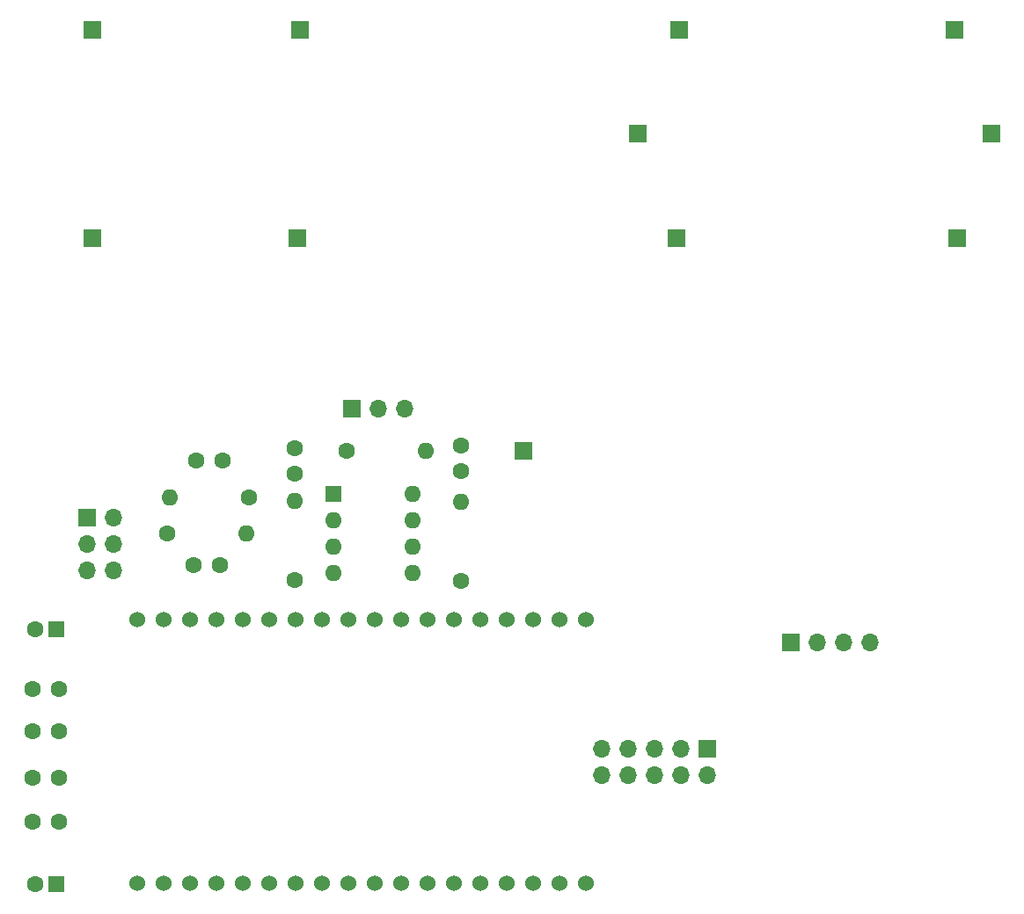
<source format=gbr>
%TF.GenerationSoftware,KiCad,Pcbnew,8.0.6*%
%TF.CreationDate,2024-12-05T23:25:44+00:00*%
%TF.ProjectId,DiamondGeezer,4469616d-6f6e-4644-9765-657a65722e6b,rev?*%
%TF.SameCoordinates,Original*%
%TF.FileFunction,Soldermask,Top*%
%TF.FilePolarity,Negative*%
%FSLAX46Y46*%
G04 Gerber Fmt 4.6, Leading zero omitted, Abs format (unit mm)*
G04 Created by KiCad (PCBNEW 8.0.6) date 2024-12-05 23:25:44*
%MOMM*%
%LPD*%
G01*
G04 APERTURE LIST*
%ADD10R,1.700000X1.700000*%
%ADD11O,1.700000X1.700000*%
%ADD12C,1.600000*%
%ADD13O,1.600000X1.600000*%
%ADD14C,1.524000*%
%ADD15R,1.600000X1.600000*%
G04 APERTURE END LIST*
D10*
%TO.C,J2*%
X166750000Y-112725000D03*
D11*
X169290000Y-112725000D03*
X171830000Y-112725000D03*
X174370000Y-112725000D03*
%TD*%
D10*
%TO.C,J9*%
X99500000Y-53750000D03*
%TD*%
%TO.C,J10*%
X99500000Y-73750000D03*
%TD*%
D12*
%TO.C,C5*%
X96250000Y-121300000D03*
X93750000Y-121300000D03*
%TD*%
D10*
%TO.C,J7*%
X156000000Y-53750000D03*
%TD*%
D12*
%TO.C,R2*%
X114540000Y-98750000D03*
D13*
X106920000Y-98750000D03*
%TD*%
D10*
%TO.C,OScope1*%
X141000000Y-94250000D03*
%TD*%
D12*
%TO.C,R3*%
X123960000Y-94250000D03*
D13*
X131580000Y-94250000D03*
%TD*%
D10*
%TO.C,J6*%
X182750000Y-73750000D03*
%TD*%
D12*
%TO.C,C7*%
X96250000Y-130000000D03*
X93750000Y-130000000D03*
%TD*%
D10*
%TO.C,J13*%
X186000000Y-63750000D03*
%TD*%
%TO.C,J12*%
X182500000Y-53750000D03*
%TD*%
D12*
%TO.C,C1*%
X135000000Y-96250000D03*
X135000000Y-93750000D03*
%TD*%
%TO.C,R5*%
X135000000Y-106790000D03*
D13*
X135000000Y-99170000D03*
%TD*%
D10*
%TO.C,5V_SUPP1*%
X99000000Y-100750000D03*
D11*
X101540000Y-100750000D03*
X99000000Y-103290000D03*
X101540000Y-103290000D03*
X99000000Y-105830000D03*
X101540000Y-105830000D03*
%TD*%
D12*
%TO.C,C3*%
X112000000Y-95250000D03*
X109500000Y-95250000D03*
%TD*%
D10*
%TO.C,J11*%
X152000000Y-63750000D03*
%TD*%
D12*
%TO.C,C4*%
X109250000Y-105250000D03*
X111750000Y-105250000D03*
%TD*%
%TO.C,C6*%
X96250000Y-117250000D03*
X93750000Y-117250000D03*
%TD*%
D14*
%TO.C,U1*%
X146960000Y-110550000D03*
X144420000Y-110550000D03*
X141880000Y-110550000D03*
X139340000Y-110550000D03*
X136800000Y-110550000D03*
X134260000Y-110550000D03*
X131720000Y-110550000D03*
X129180000Y-110550000D03*
X126640000Y-110550000D03*
X124100000Y-110550000D03*
X121560000Y-110550000D03*
X119020000Y-110550000D03*
X116480000Y-110550000D03*
X113940000Y-110550000D03*
X111400000Y-110550000D03*
X108860000Y-110550000D03*
X106320000Y-110550000D03*
X103780000Y-110550000D03*
X103780000Y-135950000D03*
X106320000Y-135950000D03*
X108860000Y-135950000D03*
X111400000Y-135950000D03*
X113940000Y-135950000D03*
X116480000Y-135950000D03*
X119020000Y-135950000D03*
X121560000Y-135950000D03*
X124100000Y-135950000D03*
X126640000Y-135950000D03*
X129180000Y-135950000D03*
X131720000Y-135950000D03*
X134260000Y-135950000D03*
X136800000Y-135950000D03*
X139340000Y-135950000D03*
X141880000Y-135950000D03*
X144420000Y-135950000D03*
X146960000Y-135950000D03*
%TD*%
D15*
%TO.C,U2*%
X122700000Y-98450000D03*
D13*
X122700000Y-100990000D03*
X122700000Y-103530000D03*
X122700000Y-106070000D03*
X130320000Y-106070000D03*
X130320000Y-103530000D03*
X130320000Y-100990000D03*
X130320000Y-98450000D03*
%TD*%
D12*
%TO.C,C8*%
X96250000Y-125750000D03*
X93750000Y-125750000D03*
%TD*%
D10*
%TO.C,PHOTODIODE1*%
X124500000Y-90250000D03*
D11*
X127040000Y-90250000D03*
X129580000Y-90250000D03*
%TD*%
D10*
%TO.C,J1*%
X119250000Y-73750000D03*
%TD*%
D12*
%TO.C,R4*%
X119000000Y-106750000D03*
D13*
X119000000Y-99130000D03*
%TD*%
D15*
%TO.C,C9*%
X96000000Y-111500000D03*
D12*
X94000000Y-111500000D03*
%TD*%
%TO.C,C2*%
X119000000Y-96500000D03*
X119000000Y-94000000D03*
%TD*%
D10*
%TO.C,J3*%
X155750000Y-73750000D03*
%TD*%
%TO.C,J8*%
X119500000Y-53750000D03*
%TD*%
D12*
%TO.C,R1*%
X106690000Y-102250000D03*
D13*
X114310000Y-102250000D03*
%TD*%
D15*
%TO.C,C10*%
X96000000Y-136000000D03*
D12*
X94000000Y-136000000D03*
%TD*%
D10*
%TO.C,SIGGEN1*%
X158660000Y-122960000D03*
D11*
X158660000Y-125500000D03*
X156120000Y-122960000D03*
X156120000Y-125500000D03*
X153580000Y-122960000D03*
X153580000Y-125500000D03*
X151040000Y-122960000D03*
X151040000Y-125500000D03*
X148500000Y-122960000D03*
X148500000Y-125500000D03*
%TD*%
M02*

</source>
